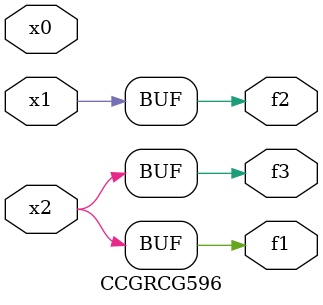
<source format=v>
module CCGRCG596(
	input x0, x1, x2,
	output f1, f2, f3
);
	assign f1 = x2;
	assign f2 = x1;
	assign f3 = x2;
endmodule

</source>
